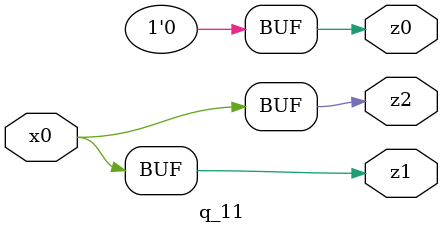
<source format=v>

module q_11 ( 
    x0,
    z0, z1, z2  );
  input  x0;
  output z0, z1, z2;
  assign z0 = 1'b0;
  assign z1 = x0;
  assign z2 = x0;
endmodule



</source>
